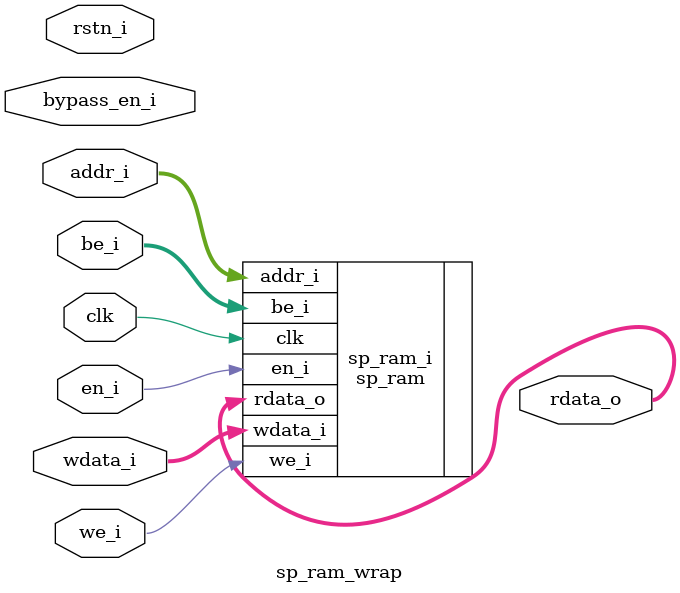
<source format=sv>

`include "config.sv"

module sp_ram_wrap
  #(
    parameter RAM_SIZE   = 262144,              // in bytes
    parameter ADDR_WIDTH = $clog2(RAM_SIZE),
    parameter DATA_WIDTH = 32
  )(
    // Clock and Reset
    input  logic                    clk,
    input  logic                    rstn_i,
    input  logic                    en_i,
    input  logic [ADDR_WIDTH-1:0]   addr_i,
    input  logic [DATA_WIDTH-1:0]   wdata_i,
    output logic [DATA_WIDTH-1:0]   rdata_o,
    input  logic                    we_i,
    input  logic [DATA_WIDTH/8-1:0] be_i,
    input  logic                    bypass_en_i
  );

`ifdef PULP_FPGA_EMUL
  xilinx_mem_8192x32
  sp_ram_i
  (
    .clka   ( clk                    ),
    .rsta   ( 1'b0                   ), // reset is active high

    .ena    ( en_i                   ),
    .addra  ( addr_i[ADDR_WIDTH-1:2] ),
    .dina   ( wdata_i                ),
    .douta  ( rdata_o                ),
    .wea    ( be_i & {4{we_i}}       )
  );

  // TODO: we should kill synthesis when the ram size is larger than what we
  // have here

`elsif ASIC
   // RAM bypass logic
   logic [31:0] ram_out_int;
   // assign rdata_o = (bypass_en_i) ? wdata_i : ram_out_int;
   assign rdata_o = ram_out_int;

   sp_ram_bank
   #(
    .NUM_BANKS  ( RAM_SIZE/4096 ),
    .BANK_SIZE  ( 1024          )
   )
   sp_ram_bank_i
   (
    .clk_i   ( clk                     ),
    .rstn_i  ( rstn_i                  ),
    .en_i    ( en_i                    ),
    .addr_i  ( addr_i                  ),
    .wdata_i ( wdata_i                 ),
    .rdata_o ( ram_out_int             ),
    .we_i    ( (we_i & ~bypass_en_i)   ),
    .be_i    ( be_i                    )
   );

`else
  sp_ram
  #(
    .ADDR_WIDTH ( ADDR_WIDTH ),
    .DATA_WIDTH ( DATA_WIDTH ),
    .NUM_WORDS  ( RAM_SIZE   )
  )
  sp_ram_i
  (
    .clk     ( clk       ),

    .en_i    ( en_i      ),
    .addr_i  ( addr_i    ),
    .wdata_i ( wdata_i   ),
    .rdata_o ( rdata_o   ),
    .we_i    ( we_i      ),
    .be_i    ( be_i      )
  );
`endif

endmodule

</source>
